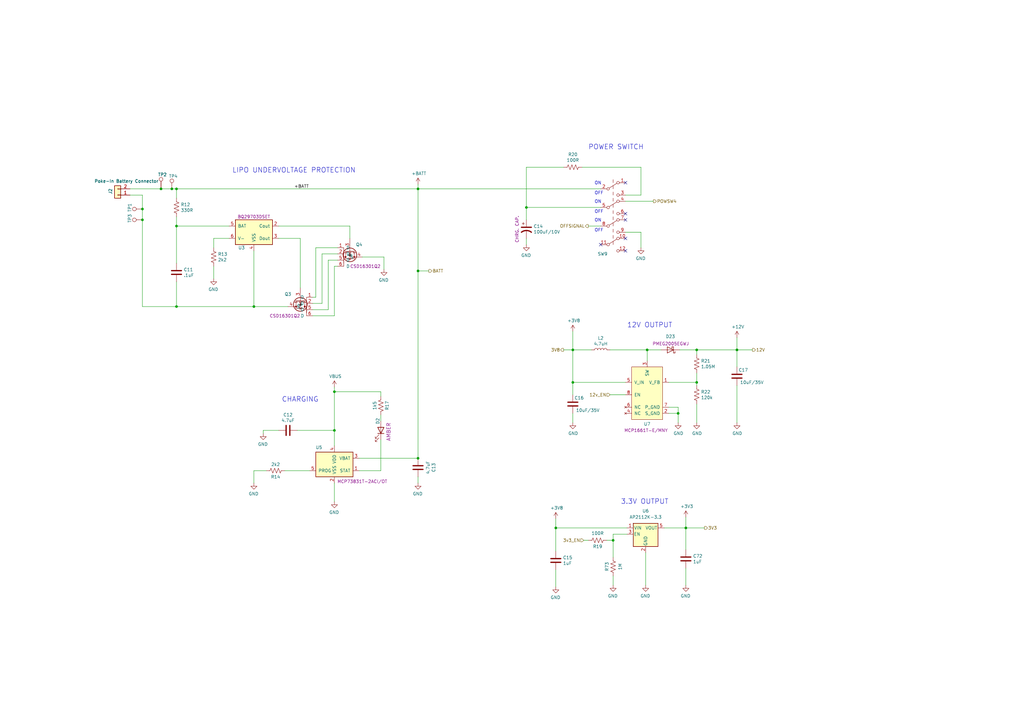
<source format=kicad_sch>
(kicad_sch (version 20231120) (generator "eeschema") (generator_version "8.0")
  (paper "A3")
  (title_block (title "RCP CHARGING AND POWER MANAGEMENT"))
  (lib_symbols
    (symbol "Battery_Management:BQ297xy" (pin_names (offset 1.016))
      (property "Reference" "U" (at -6.35 6.35 0))
      (property "Value" "BQ297xy" (at 5.08 -6.35 0))
      (symbol "BQ297xy_0_1"
        (rectangle (start -7.62 5.08) (end 7.62 -5.08) (stroke (width 0.254)) (fill (type background)))
      )
      (symbol "BQ297xy_1_1"
        (pin no_connect line (at 7.62 0 180) (length 2.54) hide (name "NC") (number "1"))
        (pin output line (at 10.16 2.54 180) (length 2.54) (name "Cout") (number "2"))
        (pin output line (at 10.16 -2.54 180) (length 2.54) (name "Dout") (number "3"))
        (pin power_in line (at 0 -7.62 90) (length 2.54) (name "VSS") (number "4"))
        (pin input line (at -10.16 2.54 0) (length 2.54) (name "BAT") (number "5"))
        (pin input line (at -10.16 -2.54 0) (length 2.54) (name "V-") (number "6"))
      )
    )
    (symbol "Battery_Management:MCP73831-2-OT" (pin_names (offset 1.016))
      (property "Reference" "U" (at -7.62 6.35 0))
      (property "Value" "MCP73831-2-OT" (at 1.27 6.35 0))
      (symbol "MCP73831-2-OT_0_1"
        (rectangle (start -7.62 5.08) (end 7.62 -5.08) (stroke (width 0.254)) (fill (type background)))
      )
      (symbol "MCP73831-2-OT_1_1"
        (pin output line (at 10.16 -2.54 180) (length 2.54) (name "STAT") (number "1"))
        (pin power_in line (at 0 -7.62 90) (length 2.54) (name "VSS") (number "2"))
        (pin power_out line (at 10.16 2.54 180) (length 2.54) (name "VBAT") (number "3"))
        (pin power_in line (at 0 7.62 270) (length 2.54) (name "VDD") (number "4"))
        (pin input line (at -10.16 -2.54 0) (length 2.54) (name "PROG") (number "5"))
      )
    )
    (symbol "Connector:TestPoint" (pin_numbers hide) (pin_names (offset 0.762) hide)
      (property "Reference" "TP" (at 0 6.858 0))
      (property "Value" "TestPoint" (at 0 5.08 0))
      (symbol "TestPoint_0_1"
        (circle (center 0 3.302) (radius 0.762))
      )
      (symbol "TestPoint_1_1"
        (pin passive line (at 0 0 90) (length 2.54) (name "1") (number "1"))
      )
    )
    (symbol "Connector_Generic:Conn_01x02" (pin_names (offset 1.016) hide)
      (property "Reference" "J" (at 0 2.54 0))
      (property "Value" "Conn_01x02" (at 0 -5.08 0))
      (symbol "Conn_01x02_1_1"
        (rectangle (start -1.27 -2.413) (end 0 -2.667) (stroke (width 0.1524)))
        (rectangle (start -1.27 0.127) (end 0 -0.127) (stroke (width 0.1524)))
        (rectangle (start -1.27 1.27) (end 1.27 -3.81) (stroke (width 0.254)) (fill (type background)))
        (pin passive line (at -5.08 0 0) (length 3.81) (name "Pin_1") (number "1"))
        (pin passive line (at -5.08 -2.54 0) (length 3.81) (name "Pin_2") (number "2"))
      )
    )
    (symbol "Device:C" (pin_numbers hide) (pin_names (offset 0.254))
      (property "Reference" "C" (at 0.635 2.54 0))
      (property "Value" "C" (at 0.635 -2.54 0))
      (symbol "C_0_1"
        (polyline (pts (xy -2.032 -0.762) (xy 2.032 -0.762)) (stroke (width 0.508)))
        (polyline (pts (xy -2.032 0.762) (xy 2.032 0.762)) (stroke (width 0.508)))
      )
      (symbol "C_1_1"
        (pin passive line (at 0 3.81 270) (length 2.794) (name "~") (number "1"))
        (pin passive line (at 0 -3.81 90) (length 2.794) (name "~") (number "2"))
      )
    )
    (symbol "Device:CP1" (pin_numbers hide) (pin_names (offset 0.254) hide)
      (property "Reference" "C" (at 0.635 2.54 0))
      (property "Value" "Device_CP1" (at 0.635 -2.54 0))
      (symbol "CP1_0_1"
        (polyline (pts (xy -2.032 0.762) (xy 2.032 0.762)) (stroke (width 0.508)))
        (polyline (pts (xy -1.778 2.286) (xy -0.762 2.286)))
        (polyline (pts (xy -1.27 1.778) (xy -1.27 2.794)))
        (arc (start 2.032 -1.27) (mid 0 -0.5572) (end -2.032 -1.27) (stroke (width 0.508)))
      )
      (symbol "CP1_1_1"
        (pin passive line (at 0 3.81 270) (length 2.794) (name "~") (number "1"))
        (pin passive line (at 0 -3.81 90) (length 3.302) (name "~") (number "2"))
      )
    )
    (symbol "Device:L" (pin_numbers hide) (pin_names (offset 1.016) hide)
      (property "Reference" "L" (at -1.27 0 90))
      (property "Value" "L" (at 1.905 0 90))
      (symbol "L_0_1"
        (arc (start 0 -2.54) (mid 0.6323 -1.905) (end 0 -1.27))
        (arc (start 0 -1.27) (mid 0.6323 -0.635) (end 0 0))
        (arc (start 0 0) (mid 0.6323 0.635) (end 0 1.27))
        (arc (start 0 1.27) (mid 0.6323 1.905) (end 0 2.54))
      )
      (symbol "L_1_1"
        (pin passive line (at 0 3.81 270) (length 1.27) (name "1") (number "1"))
        (pin passive line (at 0 -3.81 90) (length 1.27) (name "2") (number "2"))
      )
    )
    (symbol "Device:LED" (pin_numbers hide) (pin_names (offset 1.016) hide)
      (property "Reference" "D" (at 0 2.54 0))
      (property "Value" "LED" (at 0 -2.54 0))
      (symbol "LED_0_1"
        (polyline (pts (xy -1.27 -1.27) (xy -1.27 1.27)) (stroke (width 0.254)))
        (polyline (pts (xy -1.27 0) (xy 1.27 0)))
        (polyline (pts (xy 1.27 -1.27) (xy 1.27 1.27) (xy -1.27 0) (xy 1.27 -1.27)) (stroke (width 0.254)))
        (polyline (pts (xy -3.048 -0.762) (xy -4.572 -2.286) (xy -3.81 -2.286) (xy -4.572 -2.286) (xy -4.572 -1.524)))
        (polyline (pts (xy -1.778 -0.762) (xy -3.302 -2.286) (xy -2.54 -2.286) (xy -3.302 -2.286) (xy -3.302 -1.524)))
      )
      (symbol "LED_1_1"
        (pin passive line (at -3.81 0 0) (length 2.54) (name "K") (number "1"))
        (pin passive line (at 3.81 0 180) (length 2.54) (name "A") (number "2"))
      )
    )
    (symbol "Device:R_US" (pin_numbers hide) (pin_names (offset 0))
      (property "Reference" "R" (at 2.54 0 90))
      (property "Value" "R_US" (at -2.54 0 90))
      (symbol "R_US_0_1"
        (polyline (pts (xy 0 -2.286) (xy 0 -2.54)))
        (polyline (pts (xy 0 2.286) (xy 0 2.54)))
        (polyline (pts (xy 0 -0.762) (xy 1.016 -1.143) (xy 0 -1.524) (xy -1.016 -1.905) (xy 0 -2.286)))
        (polyline (pts (xy 0 0.762) (xy 1.016 0.381) (xy 0 0) (xy -1.016 -0.381) (xy 0 -0.762)))
        (polyline (pts (xy 0 2.286) (xy 1.016 1.905) (xy 0 1.524) (xy -1.016 1.143) (xy 0 0.762)))
      )
      (symbol "R_US_1_1"
        (pin passive line (at 0 3.81 270) (length 1.27) (name "~") (number "1"))
        (pin passive line (at 0 -3.81 90) (length 1.27) (name "~") (number "2"))
      )
    )
    (symbol "Diode:PMEG6010CEH" (pin_numbers hide) (pin_names hide)
      (property "Reference" "D" (at 0 2.54 0))
      (property "Value" "PMEG6010CEH" (at 0 -2.54 0))
      (symbol "PMEG6010CEH_0_1"
        (polyline (pts (xy 1.27 0) (xy -1.27 0)))
        (polyline (pts (xy 1.27 1.27) (xy 1.27 -1.27) (xy -1.27 0) (xy 1.27 1.27)) (stroke (width 0.2032)))
        (polyline (pts (xy -1.905 0.635) (xy -1.905 1.27) (xy -1.27 1.27) (xy -1.27 -1.27) (xy -0.635 -1.27) (xy -0.635 -0.635)) (stroke (width 0.2032)))
      )
      (symbol "PMEG6010CEH_1_1"
        (pin passive line (at -3.81 0 0) (length 2.54) (name "K") (number "1"))
        (pin passive line (at 3.81 0 180) (length 2.54) (name "A") (number "2"))
      )
    )
    (symbol "MyLibrary:MCP1661" (pin_names (offset 1.016))
      (property "Reference" "U" (at -3.81 10.16 0))
      (property "Value" "MyLibrary_MCP1661" (at 6.35 10.16 0))
      (symbol "MCP1661_0_1"
        (rectangle (start -6.35 8.89) (end 6.35 -12.7) (fill (type background)))
      )
      (symbol "MCP1661_1_1"
        (pin input line (at 8.89 2.54 180) (length 2.54) (name "V_FB") (number "1"))
        (pin input line (at 8.89 -10.16 180) (length 2.54) (name "S_GND") (number "2"))
        (pin input line (at 0 11.43 270) (length 2.54) (name "SW") (number "3"))
        (pin no_connect line (at -8.89 -10.16 0) (length 2.54) (name "NC") (number "4"))
        (pin input line (at -8.89 2.54 0) (length 2.54) (name "V_IN") (number "5"))
        (pin no_connect line (at -8.89 -7.62 0) (length 2.54) (name "NC") (number "6"))
        (pin input line (at 8.89 -7.62 180) (length 2.54) (name "P_GND") (number "7"))
        (pin input line (at -8.89 -2.54 0) (length 2.54) (name "EN") (number "8"))
      )
    )
    (symbol "MyLibrary:SW_4P2T" (pin_names (offset 1.016))
      (property "Reference" "SW" (at -2.54 3.81 0))
      (property "Value" "MyLibrary_SW_4P2T" (at 1.27 5.08 0))
      (symbol "SW_4P2T_0_1"
        (circle (center -0.762 0) (radius 0.508))
        (polyline (pts (xy -0.254 0.381) (xy 2.794 2.286)))
        (polyline (pts (xy 1.27 -21.59) (xy 1.27 -22.86)))
        (polyline (pts (xy 1.27 -19.05) (xy 1.27 -20.32)))
        (polyline (pts (xy 1.27 -16.51) (xy 1.27 -17.78)))
        (polyline (pts (xy 1.27 -13.97) (xy 1.27 -15.24)))
        (polyline (pts (xy 1.27 -11.43) (xy 1.27 -12.7)))
        (polyline (pts (xy 1.27 -8.89) (xy 1.27 -10.16)))
        (polyline (pts (xy 1.27 -6.35) (xy 1.27 -7.62)))
        (polyline (pts (xy 1.27 -3.81) (xy 1.27 -5.08)))
        (polyline (pts (xy 1.27 -1.27) (xy 1.27 -2.54)))
        (polyline (pts (xy 1.27 1.27) (xy 1.27 0)))
        (polyline (pts (xy 1.27 3.81) (xy 1.27 2.54)))
        (circle (center 3.302 2.54) (radius 0.5334))
      )
      (symbol "SW_4P2T_1_1"
        (circle (center -0.762 -22.86) (radius 0.5334))
        (circle (center -0.762 -15.24) (radius 0.5334))
        (circle (center -0.762 -7.62) (radius 0.5334))
        (polyline (pts (xy -0.254 -22.479) (xy 2.794 -20.574)))
        (polyline (pts (xy -0.254 -14.859) (xy 2.794 -12.954)))
        (polyline (pts (xy -0.254 -7.239) (xy 2.794 -5.334)))
        (circle (center 3.302 -25.4) (radius 0.5334))
        (circle (center 3.302 -20.32) (radius 0.5334))
        (circle (center 3.302 -17.78) (radius 0.5334))
        (circle (center 3.302 -12.7) (radius 0.5334))
        (circle (center 3.302 -10.16) (radius 0.5334))
        (circle (center 3.302 -5.08) (radius 0.5334))
        (circle (center 3.302 -2.54) (radius 0.5334))
        (pin input line (at 6.35 2.54 180) (length 2.54) (name "~") (number "1"))
        (pin input line (at 6.35 -20.32 180) (length 2.54) (name "~") (number "10"))
        (pin input line (at -3.81 -22.86 0) (length 2.54) (name "~") (number "11"))
        (pin input line (at 6.35 -25.4 180) (length 2.54) (name "~") (number "12"))
        (pin input line (at -3.81 0 0) (length 2.54) (name "~") (number "2"))
        (pin input line (at 6.35 -2.54 180) (length 2.54) (name "~") (number "3"))
        (pin input line (at 6.35 -5.08 180) (length 2.54) (name "~") (number "4"))
        (pin input line (at -3.81 -7.62 0) (length 2.54) (name "~") (number "5"))
        (pin input line (at 6.35 -10.16 180) (length 2.54) (name "~") (number "6"))
        (pin input line (at 6.35 -12.7 180) (length 2.54) (name "~") (number "7"))
        (pin input line (at -3.81 -15.24 0) (length 2.54) (name "~") (number "8"))
        (pin input line (at 6.35 -17.78 180) (length 2.54) (name "~") (number "9"))
      )
    )
    (symbol "RUSP_Mainboard-rescue:Q_NMOS_POWER-MyLibrary-RotaryCellPhone-4G-rescue-4GRotaryCellPhone-rescue-4GRCP_Mainboard-rescue" (pin_names (offset 1.016))
      (property "Reference" "Q" (at 5.08 -5.08 0))
      (property "Value" "Q_NMOS_POWER-MyLibrary-RotaryCellPhone-4G-rescue-4GRotaryCellPhone-rescue-4GRCP_Mainboard-rescue" (at -29.21 5.08 0))
      (symbol "Q_NMOS_POWER-MyLibrary-RotaryCellPhone-4G-rescue-4GRotaryCellPhone-rescue-4GRCP_Mainboard-rescue_0_1"
        (polyline (pts (xy 3.81 2.54) (xy -3.81 2.54)))
      )
      (symbol "Q_NMOS_POWER-MyLibrary-RotaryCellPhone-4G-rescue-4GRotaryCellPhone-rescue-4GRCP_Mainboard-rescue_1_1"
        (circle (center -0.889 0) (radius 2.8194) (stroke (width 0.254)))
        (circle (center 0 -1.778) (radius 0.2794) (fill (type outline)))
        (polyline (pts (xy -2.4892 0) (xy -2.286 0)))
        (polyline (pts (xy -1.778 -1.778) (xy 0 -1.778)))
        (polyline (pts (xy -1.778 -1.27) (xy -1.778 -2.286)) (stroke (width 0.254)))
        (polyline (pts (xy -1.778 0) (xy 0 0)))
        (polyline (pts (xy -1.778 0.508) (xy -1.778 -0.508)) (stroke (width 0.254)))
        (polyline (pts (xy -1.778 1.778) (xy 0 1.778)))
        (polyline (pts (xy -1.778 2.286) (xy -1.778 1.27)) (stroke (width 0.254)))
        (polyline (pts (xy 0 -1.778) (xy 0 -2.54)))
        (polyline (pts (xy 0 -1.778) (xy 0 0)))
        (polyline (pts (xy 0 2.54) (xy 0 1.778)))
        (polyline (pts (xy 0 2.54) (xy 2.54 2.54)))
        (polyline (pts (xy -2.286 1.905) (xy -2.286 -1.905) (xy -2.286 -1.905)) (stroke (width 0.254)))
        (polyline (pts (xy -1.524 0) (xy -0.508 0.381) (xy -0.508 -0.381) (xy -1.524 0)) (fill (type outline)))
        (polyline (pts (xy 0 -1.778) (xy 0.762 -1.778) (xy 0.762 1.778) (xy 0 1.778)))
        (polyline (pts (xy 0.254 0.508) (xy 0.381 0.381) (xy 1.143 0.381) (xy 1.27 0.254)))
        (polyline (pts (xy 0.762 0.381) (xy 0.381 -0.254) (xy 1.143 -0.254) (xy 0.762 0.381)))
        (circle (center 0 1.778) (radius 0.2794) (fill (type outline)))
        (pin input line (at -3.81 5.08 270) (length 2.54) (name "D") (number "1"))
        (pin input line (at -1.27 5.08 270) (length 2.54) (name "D") (number "2"))
        (pin input line (at -7.62 0 0) (length 5.08) (name "G") (number "3"))
        (pin passive line (at 0 -5.08 90) (length 2.54) (name "S") (number "4"))
        (pin passive line (at 1.27 5.08 270) (length 2.54) (name "D") (number "5"))
        (pin passive line (at 3.81 5.08 270) (length 2.54) (name "D") (number "6"))
      )
    )
    (symbol "Regulator_Linear:AP2112K-3.3" (pin_names (offset 0.254))
      (property "Reference" "U" (at -5.08 5.715 0))
      (property "Value" "AP2112K-3.3" (at 0 5.715 0))
      (symbol "AP2112K-3.3_0_1"
        (rectangle (start -5.08 4.445) (end 5.08 -5.08) (stroke (width 0.254)) (fill (type background)))
      )
      (symbol "AP2112K-3.3_1_1"
        (pin power_in line (at -7.62 2.54 0) (length 2.54) (name "VIN") (number "1"))
        (pin power_in line (at 0 -7.62 90) (length 2.54) (name "GND") (number "2"))
        (pin input line (at -7.62 0 0) (length 2.54) (name "EN") (number "3"))
        (pin no_connect line (at 5.08 0 180) (length 2.54) hide (name "NC") (number "4"))
        (pin power_out line (at 7.62 2.54 180) (length 2.54) (name "VOUT") (number "5"))
      )
    )
    (symbol "power:+12V" (power) (pin_names (offset 0))
      (property "Value" "+12V" (at 0 3.556 0))
      (symbol "+12V_0_1"
        (polyline (pts (xy -0.762 1.27) (xy 0 2.54)))
        (polyline (pts (xy 0 0) (xy 0 2.54)))
        (polyline (pts (xy 0 2.54) (xy 0.762 1.27)))
      )
      (symbol "+12V_1_1"
        (pin power_in line (at 0 0 90) (length 0) hide (name "+12V") (number "1"))
      )
    )
    (symbol "power:+3V3" (power) (pin_names (offset 0))
      (property "Value" "+3V3" (at 0 3.556 0))
      (symbol "+3V3_0_1"
        (polyline (pts (xy -0.762 1.27) (xy 0 2.54)))
        (polyline (pts (xy 0 0) (xy 0 2.54)))
        (polyline (pts (xy 0 2.54) (xy 0.762 1.27)))
      )
      (symbol "+3V3_1_1"
        (pin power_in line (at 0 0 90) (length 0) hide (name "+3V3") (number "1"))
      )
    )
    (symbol "power:+3V8" (power) (pin_names (offset 0))
      (property "Value" "+3V8" (at 0 3.556 0))
      (symbol "+3V8_0_1"
        (polyline (pts (xy -0.762 1.27) (xy 0 2.54)))
        (polyline (pts (xy 0 0) (xy 0 2.54)))
        (polyline (pts (xy 0 2.54) (xy 0.762 1.27)))
      )
      (symbol "+3V8_1_1"
        (pin power_in line (at 0 0 90) (length 0) hide (name "+3V8") (number "1"))
      )
    )
    (symbol "power:+BATT" (power) (pin_names (offset 0))
      (property "Value" "+BATT" (at 0 3.556 0))
      (symbol "+BATT_0_1"
        (polyline (pts (xy -0.762 1.27) (xy 0 2.54)))
        (polyline (pts (xy 0 0) (xy 0 2.54)))
        (polyline (pts (xy 0 2.54) (xy 0.762 1.27)))
      )
      (symbol "+BATT_1_1"
        (pin power_in line (at 0 0 90) (length 0) hide (name "+BATT") (number "1"))
      )
    )
    (symbol "power:GND" (power) (pin_names (offset 0))
      (property "Value" "GND" (at 0 -3.81 0))
      (symbol "GND_0_1"
        (polyline (pts (xy 0 0) (xy 0 -1.27) (xy 1.27 -1.27) (xy 0 -2.54) (xy -1.27 -1.27) (xy 0 -1.27)))
      )
      (symbol "GND_1_1"
        (pin power_in line (at 0 0 270) (length 0) hide (name "GND") (number "1"))
      )
    )
    (symbol "power:VBUS" (power) (pin_names (offset 0))
      (property "Value" "VBUS" (at 0 3.81 0))
      (symbol "VBUS_0_1"
        (polyline (pts (xy -0.762 1.27) (xy 0 2.54)))
        (polyline (pts (xy 0 0) (xy 0 2.54)))
        (polyline (pts (xy 0 2.54) (xy 0.762 1.27)))
      )
      (symbol "VBUS_1_1"
        (pin power_in line (at 0 0 90) (length 0) hide (name "VBUS") (number "1"))
      )
    )
  )
  (junction (at 285.75 143.51))
  (junction (at 72.39 77.47))
  (junction (at 171.45 111.125))
  (junction (at 215.9 85.09))
  (junction (at 171.45 187.96))
  (junction (at 137.16 176.53))
  (junction (at 58.42 85.725))
  (junction (at 66.04 77.47))
  (junction (at 104.14 125.73))
  (junction (at 265.43 143.51))
  (junction (at 251.46 221.615))
  (junction (at 72.39 92.71))
  (junction (at 137.16 160.655))
  (junction (at 234.95 143.51))
  (junction (at 302.26 143.51))
  (junction (at 227.965 216.535))
  (junction (at 234.95 156.845))
  (junction (at 285.75 156.845))
  (junction (at 171.45 77.47))
  (junction (at 72.39 125.73))
  (junction (at 278.13 169.545))
  (junction (at 58.42 90.17))
  (junction (at 70.485 77.47))
  (junction (at 281.305 216.535))
  (no_connect (at 256.54 74.93))
  (no_connect (at 256.54 90.17))
  (no_connect (at 246.38 100.33))
  (no_connect (at 256.54 97.79))
  (no_connect (at 256.54 87.63))
  (no_connect (at 256.54 102.87))
  (wire (pts (xy 274.32 167.005) (xy 278.13 167.005)))
  (wire (pts (xy 256.54 156.845) (xy 234.95 156.845)))
  (wire (pts (xy 251.46 240.03) (xy 251.46 236.22)))
  (wire (pts (xy 137.16 160.655) (xy 137.16 176.53)))
  (wire (pts (xy 215.9 100.33) (xy 215.9 97.79)))
  (wire (pts (xy 72.39 77.47) (xy 171.45 77.47)))
  (wire (pts (xy 227.965 233.68) (xy 227.965 240.665)))
  (wire (pts (xy 147.32 193.04) (xy 156.21 193.04)))
  (wire (pts (xy 281.305 216.535) (xy 281.305 225.425)))
  (wire (pts (xy 58.42 125.73) (xy 72.39 125.73)))
  (wire (pts (xy 134.62 127) (xy 128.27 127)))
  (wire (pts (xy 156.21 170.18) (xy 156.21 172.72)))
  (wire (pts (xy 93.98 92.71) (xy 72.39 92.71)))
  (wire (pts (xy 104.14 193.04) (xy 109.22 193.04)))
  (wire (pts (xy 87.63 114.3) (xy 87.63 109.22)))
  (wire (pts (xy 107.95 176.53) (xy 114.3 176.53)))
  (wire (pts (xy 87.63 97.79) (xy 93.98 97.79)))
  (wire (pts (xy 302.26 143.51) (xy 302.26 150.495)))
  (wire (pts (xy 114.3 97.79) (xy 123.19 97.79)))
  (wire (pts (xy 53.34 77.47) (xy 66.04 77.47)))
  (wire (pts (xy 248.92 221.615) (xy 251.46 221.615)))
  (wire (pts (xy 171.45 77.47) (xy 171.45 75.565)))
  (wire (pts (xy 156.21 180.34) (xy 156.21 193.04)))
  (wire (pts (xy 132.08 124.46) (xy 128.27 124.46)))
  (wire (pts (xy 281.305 233.045) (xy 281.305 240.03)))
  (wire (pts (xy 104.14 125.73) (xy 104.14 102.87)))
  (wire (pts (xy 148.59 105.41) (xy 157.48 105.41)))
  (wire (pts (xy 138.43 109.22) (xy 137.16 109.22)))
  (wire (pts (xy 137.16 176.53) (xy 137.16 182.88)))
  (wire (pts (xy 281.305 212.09) (xy 281.305 216.535)))
  (wire (pts (xy 137.16 160.655) (xy 156.21 160.655)))
  (wire (pts (xy 256.54 80.01) (xy 262.89 80.01)))
  (wire (pts (xy 132.08 104.14) (xy 132.08 124.46)))
  (wire (pts (xy 262.89 80.01) (xy 262.89 68.58)))
  (wire (pts (xy 127 193.04) (xy 116.84 193.04)))
  (wire (pts (xy 157.48 105.41) (xy 157.48 110.49)))
  (wire (pts (xy 66.04 77.47) (xy 70.485 77.47)))
  (wire (pts (xy 302.26 143.51) (xy 308.61 143.51)))
  (wire (pts (xy 137.16 205.74) (xy 137.16 198.12)))
  (wire (pts (xy 143.51 97.79) (xy 143.51 92.71)))
  (wire (pts (xy 238.76 68.58) (xy 262.89 68.58)))
  (wire (pts (xy 171.45 77.47) (xy 246.38 77.47)))
  (wire (pts (xy 138.43 106.68) (xy 134.62 106.68)))
  (wire (pts (xy 171.45 198.12) (xy 171.45 195.58)))
  (wire (pts (xy 264.795 226.695) (xy 264.795 240.03)))
  (wire (pts (xy 58.42 85.725) (xy 58.42 90.17)))
  (wire (pts (xy 175.895 111.125) (xy 171.45 111.125)))
  (wire (pts (xy 134.62 106.68) (xy 134.62 127)))
  (wire (pts (xy 215.9 85.09) (xy 246.38 85.09)))
  (wire (pts (xy 246.38 92.71) (xy 241.3 92.71)))
  (wire (pts (xy 231.14 143.51) (xy 234.95 143.51)))
  (wire (pts (xy 215.9 68.58) (xy 215.9 85.09)))
  (wire (pts (xy 123.19 97.79) (xy 123.19 118.11)))
  (wire (pts (xy 227.965 226.06) (xy 227.965 216.535)))
  (wire (pts (xy 274.32 169.545) (xy 278.13 169.545)))
  (wire (pts (xy 285.75 165.735) (xy 285.75 173.355)))
  (wire (pts (xy 288.925 216.535) (xy 281.305 216.535)))
  (wire (pts (xy 171.45 111.125) (xy 171.45 187.96)))
  (wire (pts (xy 274.32 156.845) (xy 285.75 156.845)))
  (wire (pts (xy 171.45 77.47) (xy 171.45 111.125)))
  (wire (pts (xy 302.26 143.51) (xy 285.75 143.51)))
  (wire (pts (xy 234.95 169.545) (xy 234.95 173.355)))
  (wire (pts (xy 143.51 92.71) (xy 114.3 92.71)))
  (wire (pts (xy 72.39 115.57) (xy 72.39 125.73)))
  (wire (pts (xy 256.54 95.25) (xy 262.89 95.25)))
  (wire (pts (xy 72.39 92.71) (xy 72.39 107.95)))
  (wire (pts (xy 58.42 90.17) (xy 58.42 125.73)))
  (wire (pts (xy 234.95 143.51) (xy 234.95 135.89)))
  (wire (pts (xy 215.9 68.58) (xy 231.14 68.58)))
  (wire (pts (xy 156.21 160.655) (xy 156.21 162.56)))
  (wire (pts (xy 138.43 104.14) (xy 132.08 104.14)))
  (wire (pts (xy 58.42 80.01) (xy 53.34 80.01)))
  (wire (pts (xy 302.26 138.43) (xy 302.26 143.51)))
  (wire (pts (xy 265.43 143.51) (xy 265.43 147.955)))
  (wire (pts (xy 72.39 88.9) (xy 72.39 92.71)))
  (wire (pts (xy 251.46 221.615) (xy 251.46 228.6)))
  (wire (pts (xy 285.75 143.51) (xy 285.75 145.415)))
  (wire (pts (xy 285.75 153.035) (xy 285.75 156.845)))
  (wire (pts (xy 66.04 76.835) (xy 66.04 77.47)))
  (wire (pts (xy 227.965 216.535) (xy 227.965 212.725)))
  (wire (pts (xy 137.16 129.54) (xy 128.27 129.54)))
  (wire (pts (xy 104.14 125.73) (xy 118.11 125.73)))
  (wire (pts (xy 215.9 90.17) (xy 215.9 85.09)))
  (wire (pts (xy 278.13 167.005) (xy 278.13 169.545)))
  (wire (pts (xy 251.46 219.075) (xy 257.175 219.075)))
  (wire (pts (xy 302.26 173.355) (xy 302.26 158.115)))
  (wire (pts (xy 128.27 121.92) (xy 129.54 121.92)))
  (wire (pts (xy 278.13 169.545) (xy 278.13 173.355)))
  (wire (pts (xy 227.965 216.535) (xy 257.175 216.535)))
  (wire (pts (xy 234.95 156.845) (xy 234.95 143.51)))
  (wire (pts (xy 239.395 221.615) (xy 241.3 221.615)))
  (wire (pts (xy 137.16 109.22) (xy 137.16 129.54)))
  (wire (pts (xy 107.95 177.8) (xy 107.95 176.53)))
  (wire (pts (xy 121.92 176.53) (xy 137.16 176.53)))
  (wire (pts (xy 256.54 82.55) (xy 267.97 82.55)))
  (wire (pts (xy 251.46 221.615) (xy 251.46 219.075)))
  (wire (pts (xy 256.54 161.925) (xy 250.19 161.925)))
  (wire (pts (xy 234.95 161.925) (xy 234.95 156.845)))
  (wire (pts (xy 129.54 101.6) (xy 138.43 101.6)))
  (wire (pts (xy 262.89 95.25) (xy 262.89 101.6)))
  (wire (pts (xy 104.14 193.04) (xy 104.14 198.12)))
  (wire (pts (xy 147.32 187.96) (xy 171.45 187.96)))
  (wire (pts (xy 70.485 77.47) (xy 72.39 77.47)))
  (wire (pts (xy 87.63 101.6) (xy 87.63 97.79)))
  (wire (pts (xy 281.305 216.535) (xy 272.415 216.535)))
  (wire (pts (xy 278.765 143.51) (xy 285.75 143.51)))
  (wire (pts (xy 137.16 158.75) (xy 137.16 160.655)))
  (wire (pts (xy 129.54 121.92) (xy 129.54 101.6)))
  (wire (pts (xy 285.75 156.845) (xy 285.75 158.115)))
  (wire (pts (xy 234.95 143.51) (xy 242.57 143.51)))
  (wire (pts (xy 250.19 143.51) (xy 265.43 143.51)))
  (wire (pts (xy 72.39 81.28) (xy 72.39 77.47)))
  (wire (pts (xy 72.39 125.73) (xy 104.14 125.73)))
  (wire (pts (xy 58.42 80.01) (xy 58.42 85.725)))
  (wire (pts (xy 265.43 143.51) (xy 271.145 143.51)))
  (text "12V OUTPUT" (at 257.175 134.62 0) (effects (font (size 2.0066 2.0066)) (justify left bottom)))
  (text "LIPO UNDERVOLTAGE PROTECTION" (at 95.25 71.12 0) (effects (font (size 2.0066 2.0066)) (justify left bottom)))
  (text "ON\n\nOFF" (at 243.84 80.01 0) (effects (font (size 1.27 1.27)) (justify left bottom)))
  (text "POWER SWITCH" (at 241.3 61.595 0) (effects (font (size 2.0066 2.0066)) (justify left bottom)))
  (text "3.3V OUTPUT" (at 254.635 207.01 0) (effects (font (size 2.0066 2.0066)) (justify left bottom)))
  (text "ON\n\nOFF" (at 243.84 87.63 0) (effects (font (size 1.27 1.27)) (justify left bottom)))
  (text "ON\n\nOFF" (at 243.84 95.25 0) (effects (font (size 1.27 1.27)) (justify left bottom)))
  (text "CHARGING" (at 115.57 165.1 0) (effects (font (size 2.0066 2.0066)) (justify left bottom)))
  (label "+BATT" (at 120.65 77.47 0))
  (hierarchical_label "3V3" (shape output) (at 288.925 216.535 0))
  (hierarchical_label "12v_EN" (shape input) (at 250.19 161.925 180))
  (hierarchical_label "BATT" (shape output) (at 175.895 111.125 0))
  (hierarchical_label "3V8" (shape output) (at 231.14 143.51 180))
  (hierarchical_label "12V" (shape output) (at 308.61 143.51 0))
  (hierarchical_label "POWSW4" (shape output) (at 267.97 82.55 0))
  (hierarchical_label "OFFSIGNAL" (shape output) (at 241.3 92.71 180))
  (hierarchical_label "3v3_EN" (shape input) (at 239.395 221.615 180))
  (symbol (lib_id "Battery_Management:BQ297xy") (at 104.14 95.25 0) (unit 1)
    (property "Reference" "U3" (at 99.06 101.6 0))
    (property "Value" "LiPo Undervolt Protection IC" (effects (hide yes)))
    (property "Footprint" "MyFootprints:WSON-6_1.5x1.5mm_P0.5mm" (effects (hide yes)))
    (property "Datasheet" "http://www.ti.com/lit/ds/symlink/bq2970.pdf" (effects (hide yes)))
    (property "Mfg. Name" "TI" (effects (hide yes)))
    (property "Mfg. Part No." "BQ29703DSET" (at 104.14 88.9 0))
  )
  (symbol (lib_id "power:+3V8") (at 227.965 212.725 0) (unit 1)
    (property "Reference" "#PWR0132" (effects (hide yes)))
    (property "Value" "+3V8" (at 228.346 208.3308 0))
  )
  (symbol (lib_id "power:+3V3") (at 281.305 212.09 0) (unit 1)
    (property "Reference" "#PWR0133" (effects (hide yes)))
    (property "Value" "+3V3" (at 281.686 207.6958 0))
  )
  (symbol (lib_id "power:GND") (at 264.795 240.03 0) (mirror y) (unit 1)
    (property "Reference" "#PWR0134" (effects (hide yes)))
    (property "Value" "GND" (at 264.668 244.4242 0))
  )
  (symbol (lib_id "Device:R_US") (at 245.11 221.615 270) (unit 1)
    (property "Reference" "R19" (at 245.11 224.155 90))
    (property "Value" "100R" (at 245.11 218.7194 90))
    (property "Footprint" "Resistor_SMD:R_0603_1608Metric" (effects (hide yes)))
    (property "Mfg. Name" "Yageo" (effects (hide yes)))
    (property "Mfg. Part No." "RC0603FR-07100RL" (effects (hide yes)))
  )
  (symbol (lib_id "Device:R_US") (at 72.39 85.09 0) (unit 1)
    (property "Reference" "R12" (at 74.1172 83.9216 0) (effects (justify left)))
    (property "Value" "330R" (at 74.1172 86.233 0) (effects (justify left)))
    (property "Footprint" "Resistor_SMD:R_0603_1608Metric" (effects (hide yes)))
    (property "Mfg. Name" "Yageo" (effects (hide yes)))
    (property "Mfg. Part No." "RC0603JR-07330RL" (effects (hide yes)))
  )
  (symbol (lib_id "Device:C") (at 72.39 111.76 0) (unit 1)
    (property "Reference" "C11" (at 75.311 110.5916 0) (effects (justify left)))
    (property "Value" ".1uF" (at 75.311 112.903 0) (effects (justify left)))
    (property "Footprint" "Capacitor_SMD:C_0603_1608Metric" (effects (hide yes)))
    (property "Mfg. Name" "Walsin" (effects (hide yes)))
    (property "Mfg. Part No." "0603B104K250CT" (effects (hide yes)))
  )
  (symbol (lib_id "RUSP_Mainboard-rescue:Q_NMOS_POWER-MyLibrary-RotaryCellPhone-4G-rescue-4GRotaryCellPhone-rescue-4GRCP_Mainboard-rescue") (at 123.19 125.73 270) (unit 1)
    (property "Reference" "Q3" (at 118.11 120.65 90))
    (property "Value" "25V 5A NMOS, CSD16301Q2" (effects (hide yes)))
    (property "Footprint" "MyFootprints:TI_CSD16301Q2" (effects (hide yes)))
    (property "Mfg. Name" "TI" (effects (hide yes)))
    (property "Mfg. Part No." "CSD16301Q2" (at 116.84 129.54 90))
  )
  (symbol (lib_id "RUSP_Mainboard-rescue:Q_NMOS_POWER-MyLibrary-RotaryCellPhone-4G-rescue-4GRotaryCellPhone-rescue-4GRCP_Mainboard-rescue") (at 143.51 105.41 90) (mirror x) (unit 1)
    (property "Reference" "Q4" (at 147.32 100.33 90))
    (property "Value" "25V 5A NMOS, CSD16301Q2" (effects (hide yes)))
    (property "Footprint" "MyFootprints:TI_CSD16301Q2" (effects (hide yes)))
    (property "Mfg. Name" "TI" (effects (hide yes)))
    (property "Mfg. Part No." "CSD16301Q2" (at 149.86 109.22 90))
  )
  (symbol (lib_id "power:GND") (at 157.48 110.49 0) (mirror y) (unit 1)
    (property "Reference" "#PWR0129" (effects (hide yes)))
    (property "Value" "GND" (at 157.353 114.8842 0))
  )
  (symbol (lib_id "power:+3V8") (at 234.95 135.89 0) (unit 1)
    (property "Reference" "#PWR0135" (effects (hide yes)))
    (property "Value" "+3V8" (at 235.331 131.4958 0))
  )
  (symbol (lib_id "power:GND") (at 234.95 173.355 0) (unit 1)
    (property "Reference" "#PWR0136" (effects (hide yes)))
    (property "Value" "GND" (at 235.077 177.7492 0))
  )
  (symbol (lib_id "Device:L") (at 246.38 143.51 90) (unit 1)
    (property "Reference" "L2" (at 246.38 138.684 90))
    (property "Value" "4.7uH" (at 246.38 140.9954 90))
    (property "Footprint" "MyFootprints:Inductor_Wurth_74438336100" (effects (hide yes)))
    (property "Datasheet" "https://www.we-online.de/katalog/datasheet/74438336100.pdf" (effects (hide yes)))
    (property "Mfg. Name" "Wurth" (effects (hide yes)))
    (property "Mfg. Part No." "74438336047" (effects (hide yes)))
  )
  (symbol (lib_id "Device:R_US") (at 285.75 149.225 0) (unit 1)
    (property "Reference" "R21" (at 287.4772 148.0566 0) (effects (justify left)))
    (property "Value" "1.05M" (at 287.4772 150.368 0) (effects (justify left)))
    (property "Footprint" "Resistor_SMD:R_0603_1608Metric" (effects (hide yes)))
    (property "Mfg. Name" "Stackpole" (effects (hide yes)))
    (property "Mfg. Part No." "RMCF0603FT1M05" (effects (hide yes)))
  )
  (symbol (lib_id "Device:R_US") (at 285.75 161.925 0) (unit 1)
    (property "Reference" "R22" (at 287.4772 160.7566 0) (effects (justify left)))
    (property "Value" "120k" (at 287.4772 163.068 0) (effects (justify left)))
    (property "Footprint" "Resistor_SMD:R_0603_1608Metric" (effects (hide yes)))
    (property "Mfg. Name" "Vishay" (effects (hide yes)))
    (property "Mfg. Part No." "CRCW0603120KJNEA" (effects (hide yes)))
  )
  (symbol (lib_id "power:GND") (at 285.75 173.355 0) (unit 1)
    (property "Reference" "#PWR0137" (effects (hide yes)))
    (property "Value" "GND" (at 285.877 177.7492 0))
  )
  (symbol (lib_id "Device:C") (at 302.26 154.305 0) (unit 1)
    (property "Reference" "C17" (at 302.895 151.765 0) (effects (justify left)))
    (property "Value" "10uF/35V" (at 303.53 156.845 0) (effects (justify left)))
    (property "Footprint" "Resistor_SMD:R_1206_3216Metric" (effects (hide yes)))
    (property "Mfg. Name" "TDK" (effects (hide yes)))
    (property "Mfg. Part No." "CGA5L1X7R1V106K160AC" (effects (hide yes)))
  )
  (symbol (lib_id "power:GND") (at 87.63 114.3 0) (mirror y) (unit 1)
    (property "Reference" "#PWR0130" (effects (hide yes)))
    (property "Value" "GND" (at 87.503 118.6942 0))
  )
  (symbol (lib_id "Device:R_US") (at 87.63 105.41 180) (unit 1)
    (property "Reference" "R13" (at 89.3572 104.2416 0) (effects (justify right)))
    (property "Value" "2k2" (at 89.3572 106.553 0) (effects (justify right)))
    (property "Footprint" "Resistor_SMD:R_0402_1005Metric" (effects (hide yes)))
    (property "Mfg. Name" "TE" (effects (hide yes)))
    (property "Mfg. Part No." "CRGCQ0402J2K2" (effects (hide yes)))
  )
  (symbol (lib_id "Connector_Generic:Conn_01x02") (at 48.26 80.01 180) (unit 1)
    (property "Reference" "J2" (at 45.3136 79.6798 90) (effects (justify right)))
    (property "Value" "Poke-In Battery Connector" (at 38.735 74.295 0) (effects (justify right)))
    (property "Footprint" "MyFootprints:Wago_PokeInConnector" (effects (hide yes)))
    (property "Mfg. Name" "Wago" (effects (hide yes)))
    (property "Mfg. Part No." "2059-302/998-403" (effects (hide yes)))
  )
  (symbol (lib_id "Device:CP1") (at 215.9 93.98 0) (unit 1)
    (property "Reference" "C14" (at 218.821 92.8116 0) (effects (justify left)))
    (property "Value" "100uF/10V" (at 218.821 95.123 0) (effects (justify left)))
    (property "Footprint" "MyFootprints:Capacitor_Wurth865080243007" (effects (hide yes)))
    (property "Datasheet" "https://www.we-online.de/katalog/datasheet/865080243007.pdf" (effects (hide yes)))
    (property "Mfg. Name" "Wurth" (effects (hide yes)))
    (property "Mfg. Part No." "865080243007" (effects (hide yes)))
    (property "Field8" "CHRG. CAP." (at 212.09 93.98 90))
  )
  (symbol (lib_id "power:GND") (at 215.9 100.33 0) (mirror y) (unit 1)
    (property "Reference" "#PWR0138" (effects (hide yes)))
    (property "Value" "GND" (at 215.773 104.7242 0))
  )
  (symbol (lib_id "power:VBUS") (at 137.16 158.75 0) (unit 1)
    (property "Reference" "#PWR0124" (effects (hide yes)))
    (property "Value" "VBUS" (at 137.541 154.3558 0))
  )
  (symbol (lib_id "Battery_Management:MCP73831-2-OT") (at 137.16 190.5 0) (unit 1)
    (property "Reference" "U5" (at 130.81 183.515 0))
    (property "Value" "Charge Mgmt. IC" (effects (hide yes)))
    (property "Footprint" "MyFootprints:SOT-23-5" (effects (hide yes)))
    (property "Datasheet" "http://ww1.microchip.com/downloads/en/DeviceDoc/20001984g.pdf" (effects (hide yes)))
    (property "Mfg. Name" "Microchip" (effects (hide yes)))
    (property "Mfg. Part No." "MCP73831T-2ACI/OT" (at 148.59 197.485 0))
  )
  (symbol (lib_id "power:GND") (at 107.95 177.8 0) (mirror y) (unit 1)
    (property "Reference" "#PWR0125" (effects (hide yes)))
    (property "Value" "GND" (at 107.823 182.1942 0))
  )
  (symbol (lib_id "Device:C") (at 118.11 176.53 270) (unit 1)
    (property "Reference" "C12" (at 118.11 170.1292 90))
    (property "Value" "4.7uF" (at 118.11 172.4406 90))
    (property "Footprint" "Capacitor_SMD:C_0603_1608Metric" (effects (hide yes)))
    (property "Mfg. Name" "Samsung" (effects (hide yes)))
    (property "Mfg. Part No." "CL10A475KQ8NNNC" (effects (hide yes)))
  )
  (symbol (lib_id "power:GND") (at 137.16 205.74 0) (mirror y) (unit 1)
    (property "Reference" "#PWR0126" (effects (hide yes)))
    (property "Value" "GND" (at 137.033 210.1342 0))
  )
  (symbol (lib_id "Device:R_US") (at 113.03 193.04 90) (unit 1)
    (property "Reference" "R14" (at 113.03 195.58 90))
    (property "Value" "2k2" (at 113.03 190.5 90))
    (property "Footprint" "Resistor_SMD:R_0402_1005Metric" (effects (hide yes)))
    (property "Label" "Hi Rate" (effects (hide yes)))
    (property "Mfg. Name" "TE" (effects (hide yes)))
    (property "Mfg. Part No." "CRGCQ0402J2K2" (effects (hide yes)))
  )
  (symbol (lib_id "power:GND") (at 104.14 198.12 0) (mirror y) (unit 1)
    (property "Reference" "#PWR0127" (effects (hide yes)))
    (property "Value" "GND" (at 104.013 202.5142 0))
  )
  (symbol (lib_id "power:GND") (at 171.45 198.12 0) (mirror y) (unit 1)
    (property "Reference" "#PWR0128" (effects (hide yes)))
    (property "Value" "GND" (at 171.323 202.5142 0))
  )
  (symbol (lib_id "power:GND") (at 262.89 101.6 0) (mirror y) (unit 1)
    (property "Reference" "#PWR0140" (effects (hide yes)))
    (property "Value" "GND" (at 262.763 105.9942 0))
  )
  (symbol (lib_id "power:+12V") (at 302.26 138.43 0) (unit 1)
    (property "Reference" "#PWR0142" (effects (hide yes)))
    (property "Value" "+12V" (at 302.641 134.0358 0))
  )
  (symbol (lib_id "Device:R_US") (at 234.95 68.58 270) (unit 1)
    (property "Reference" "R20" (at 234.95 63.373 90))
    (property "Value" "100R" (at 234.95 65.6844 90))
    (property "Footprint" "Resistor_SMD:R_0603_1608Metric" (effects (hide yes)))
    (property "Mfg. Name" "Yageo" (effects (hide yes)))
    (property "Mfg. Part No." "RC0603FR-07100RL" (effects (hide yes)))
  )
  (symbol (lib_id "MyLibrary:SW_4P2T") (at 250.19 77.47 0) (unit 1)
    (property "Reference" "SW9" (at 245.11 104.14 0) (effects (justify left)))
    (property "Value" "Power Switch 4P2T" (effects (hide yes)))
    (property "Footprint" "MyFootprints:Switch_4PDT_ESwitch-EG4208" (effects (hide yes)))
    (property "Datasheet" "http://spec_sheets.e-switch.com/specs/P040280.pdf" (effects (hide yes)))
    (property "Mfg. Name" "E-Switch" (effects (hide yes)))
    (property "Mfg. Part No." "EG4208 " (effects (hide yes)))
  )
  (symbol (lib_id "Device:R_US") (at 251.46 232.41 180) (unit 1)
    (property "Reference" "R73" (at 248.92 232.41 90))
    (property "Value" "1M" (at 254.3556 232.41 90))
    (property "Footprint" "Resistor_SMD:R_0603_1608Metric" (effects (hide yes)))
    (property "Mfg. Name" "TE" (effects (hide yes)))
    (property "Mfg. Part No." "CRGCQ0603J1M0" (effects (hide yes)))
  )
  (symbol (lib_id "power:GND") (at 251.46 240.03 0) (mirror y) (unit 1)
    (property "Reference" "#PWR0238" (effects (hide yes)))
    (property "Value" "GND" (at 251.333 244.4242 0))
  )
  (symbol (lib_id "power:GND") (at 281.305 240.03 0) (mirror y) (unit 1)
    (property "Reference" "#PWR0239" (effects (hide yes)))
    (property "Value" "GND" (at 281.178 244.4242 0))
  )
  (symbol (lib_id "power:GND") (at 227.965 240.665 0) (mirror y) (unit 1)
    (property "Reference" "#PWR0240" (effects (hide yes)))
    (property "Value" "GND" (at 227.838 245.0592 0))
  )
  (symbol (lib_id "MyLibrary:MCP1661") (at 265.43 159.385 0) (unit 1)
    (property "Reference" "U7" (at 265.43 173.9138 0))
    (property "Value" "12V Boost Converter" (effects (hide yes)))
    (property "Footprint" "MyFootprints:BoostConverter_MCP1661" (effects (hide yes)))
    (property "Datasheet" "https://ww1.microchip.com/downloads/en/DeviceDoc/20005315B.pdf" (effects (hide yes)))
    (property "Mfg. Name" "Microchip" (effects (hide yes)))
    (property "Mfg. Part No." "MCP1661T-E/MNY " (at 265.43 176.53 0))
  )
  (symbol (lib_id "power:GND") (at 278.13 173.355 0) (unit 1)
    (property "Reference" "#PWR0241" (effects (hide yes)))
    (property "Value" "GND" (at 278.257 177.7492 0))
  )
  (symbol (lib_id "power:GND") (at 302.26 173.355 0) (unit 1)
    (property "Reference" "#PWR0242" (effects (hide yes)))
    (property "Value" "GND" (at 302.387 177.7492 0))
  )
  (symbol (lib_id "Diode:PMEG6010CEH") (at 274.955 143.51 180) (unit 1)
    (property "Reference" "D23" (at 274.955 138.0236 0))
    (property "Value" "20V 500mA Schottky for 12V Stage" (effects (hide yes)))
    (property "Footprint" "Diode_SMD:D_SOD-123" (effects (hide yes)))
    (property "Datasheet" "https://assets.nexperia.com/documents/data-sheet/PMEG2005EGW.pdf" (effects (hide yes)))
    (property "Mfg. Name" "Nexperia" (effects (hide yes)))
    (property "Mfg. Part No." "PMEG2005EGWJ " (at 275.59 140.97 0))
  )
  (symbol (lib_id "Device:C") (at 171.45 191.77 180) (unit 1)
    (property "Reference" "C13" (at 177.8508 191.77 90))
    (property "Value" "4.7uF" (at 175.5394 191.77 90))
    (property "Footprint" "Capacitor_SMD:C_0603_1608Metric" (effects (hide yes)))
    (property "Mfg. Name" "Samsung" (effects (hide yes)))
    (property "Mfg. Part No." "CL10A475KQ8NNNC" (effects (hide yes)))
  )
  (symbol (lib_id "power:+BATT") (at 171.45 75.565 0) (unit 1)
    (property "Reference" "#PWR0193" (effects (hide yes)))
    (property "Value" "+BATT" (at 171.831 71.1708 0))
  )
  (symbol (lib_id "Device:C") (at 234.95 165.735 0) (unit 1)
    (property "Reference" "C16" (at 235.585 163.195 0) (effects (justify left)))
    (property "Value" "10uF/35V" (at 236.22 168.275 0) (effects (justify left)))
    (property "Footprint" "Resistor_SMD:R_1206_3216Metric" (effects (hide yes)))
    (property "Mfg. Name" "TDK" (effects (hide yes)))
    (property "Mfg. Part No." "CGA5L1X7R1V106K160AC" (effects (hide yes)))
  )
  (symbol (lib_id "Device:R_US") (at 156.21 166.37 0) (mirror x) (unit 1)
    (property "Reference" "R17" (at 158.75 166.37 90))
    (property "Value" "1k5" (at 153.67 166.37 90))
    (property "Footprint" "Resistor_SMD:R_0603_1608Metric" (effects (hide yes)))
    (property "Distrib. Name" "Digi-Key" (effects (hide yes)))
    (property "Distrib Part No." "A130092CT-ND" (effects (hide yes)))
    (property "Mfg. Name" "Yageo" (effects (hide yes)))
    (property "Mfg. Part No." "RC0603JR-071K5L" (effects (hide yes)))
  )
  (symbol (lib_id "Device:LED") (at 156.21 176.53 270) (mirror x) (unit 1)
    (property "Reference" "D2" (at 154.94 172.72 0))
    (property "Value" "Amber LED" (effects (hide yes)))
    (property "Footprint" "LED_SMD:LED_0603_1608Metric_Castellated" (effects (hide yes)))
    (property "Mfg. Name" "Inolux" (effects (hide yes)))
    (property "Mfg. Part No." "IN-S63AT5Y" (effects (hide yes)))
    (property "Distrib. Name" "DigiKey" (effects (hide yes)))
    (property "Distrib Part No." "1830-1066-1-ND" (effects (hide yes)))
    (property "Color" "AMBER" (at 159.385 180.975 0) (effects (font (size 1.524 1.524)) (justify left)))
  )
  (symbol (lib_id "Connector:TestPoint") (at 70.485 77.47 0) (unit 1)
    (property "Reference" "TP4" (at 69.215 72.2629 0) (effects (justify left)))
    (property "Value" "TestPoint" (effects (hide yes)))
    (property "Footprint" "TestPoint:TestPoint_Pad_2.0x2.0mm" (effects (hide yes)))
  )
  (symbol (lib_id "Connector:TestPoint") (at 58.42 90.17 90) (unit 1)
    (property "Reference" "TP3" (at 53.2129 91.44 0) (effects (justify left)))
    (property "Value" "TestPoint" (effects (hide yes)))
    (property "Footprint" "TestPoint:TestPoint_Pad_2.0x2.0mm" (effects (hide yes)))
  )
  (symbol (lib_id "Device:C") (at 227.965 229.87 0) (unit 1)
    (property "Reference" "C15" (at 230.886 228.7016 0) (effects (justify left)))
    (property "Value" "1uF" (at 230.886 231.013 0) (effects (justify left)))
    (property "Footprint" "Capacitor_SMD:C_0805_2012Metric" (effects (hide yes)))
    (property "Mfg. Name" "Kemet" (effects (hide yes)))
    (property "Mfg. Part No." "C0805C105K4RACTU" (effects (hide yes)))
  )
  (symbol (lib_id "Connector:TestPoint") (at 66.04 76.835 0) (unit 1)
    (property "Reference" "TP2" (at 64.77 71.6279 0) (effects (justify left)))
    (property "Value" "TestPoint" (effects (hide yes)))
    (property "Footprint" "TestPoint:TestPoint_Pad_2.0x2.0mm" (effects (hide yes)))
  )
  (symbol (lib_id "Regulator_Linear:AP2112K-3.3") (at 264.795 219.075 0) (unit 1)
    (property "Reference" "U6" (at 264.795 209.55 0))
    (property "Value" "AP2112K-3.3" (at 264.795 212.09 0))
    (property "Footprint" "Package_TO_SOT_SMD:SOT-23-5" (effects (hide yes)))
    (property "Datasheet" "https://www.diodes.com/assets/Datasheets/AP2112.pdf" (effects (hide yes)))
    (property "Mfg. Name" "Diodes Inc." (effects (hide yes)))
    (property "Mfg. Part No." "AP2112K-3.3" (effects (hide yes)))
  )
  (symbol (lib_id "Device:C") (at 281.305 229.235 0) (unit 1)
    (property "Reference" "C72" (at 284.226 228.0666 0) (effects (justify left)))
    (property "Value" "1uF" (at 284.226 230.378 0) (effects (justify left)))
    (property "Footprint" "Capacitor_SMD:C_0805_2012Metric" (effects (hide yes)))
    (property "Mfg. Name" "Kemet" (effects (hide yes)))
    (property "Mfg. Part No." "C0805C105K4RACTU" (effects (hide yes)))
  )
  (symbol (lib_id "Connector:TestPoint") (at 58.42 85.725 90) (unit 1)
    (property "Reference" "TP1" (at 53.2129 86.995 0) (effects (justify left)))
    (property "Value" "TestPoint" (effects (hide yes)))
    (property "Footprint" "TestPoint:TestPoint_Pad_2.0x2.0mm" (effects (hide yes)))
  )
)
</source>
